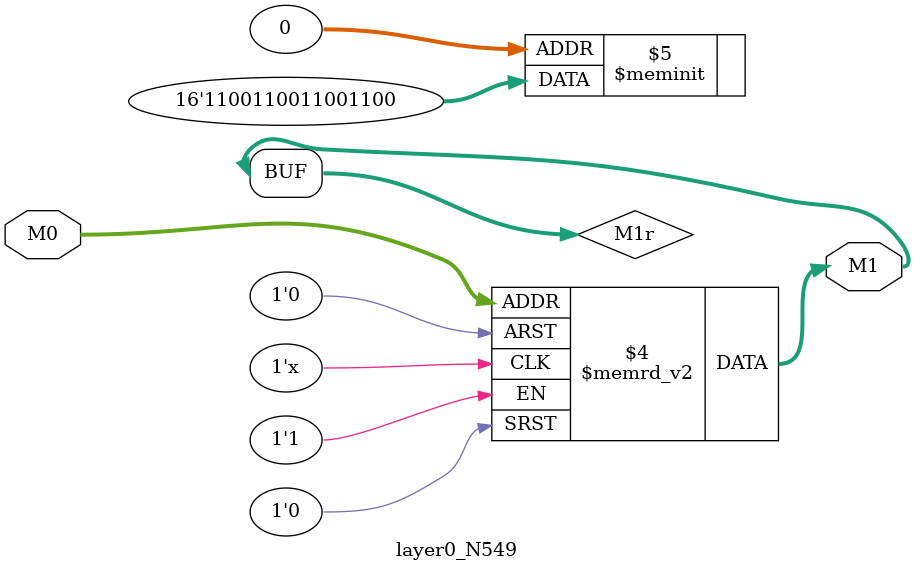
<source format=v>
module layer0_N549 ( input [2:0] M0, output [1:0] M1 );

	(*rom_style = "distributed" *) reg [1:0] M1r;
	assign M1 = M1r;
	always @ (M0) begin
		case (M0)
			3'b000: M1r = 2'b00;
			3'b100: M1r = 2'b00;
			3'b010: M1r = 2'b00;
			3'b110: M1r = 2'b00;
			3'b001: M1r = 2'b11;
			3'b101: M1r = 2'b11;
			3'b011: M1r = 2'b11;
			3'b111: M1r = 2'b11;

		endcase
	end
endmodule

</source>
